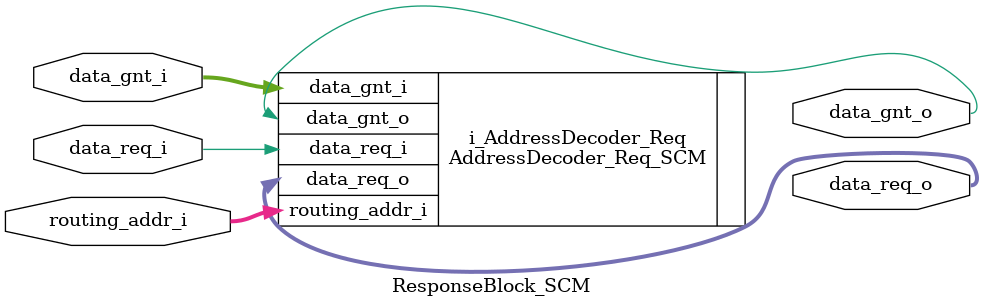
<source format=sv>


`define log2_non_zero(VALUE) ((VALUE) < ( 1 ) ? 1 : (VALUE) < ( 2 ) ? 1 : (VALUE) < ( 4 ) ? 2 : (VALUE)< (8) ? 3:(VALUE) < ( 16 )  ? 4 : (VALUE) < ( 32 )  ? 5 : (VALUE) < ( 64 )  ? 6 : (VALUE) < ( 128 ) ? 7 : (VALUE) < ( 256 ) ? 8 : (VALUE) < ( 512 ) ? 9 : 10)

module ResponseBlock_SCM
#(
    parameter N_SLAVE       = 8,
    parameter ROUT_WIDTH    = `log2_non_zero(N_SLAVE-1)
)
(
    // -----------------------------------------------------------//
    //                      Request HANDLING
    // -----------------------------------------------------------//
    input logic                                  data_req_i,
    input logic [ROUT_WIDTH-1:0]                 routing_addr_i,
    output logic                                 data_gnt_o,

    input  logic [N_SLAVE-1:0]                   data_gnt_i,
    output logic [N_SLAVE-1:0]                   data_req_o
);



    AddressDecoder_Req_SCM 
    #(  
        .N_SLAVE    ( N_SLAVE  )
    )
    i_AddressDecoder_Req
    (
        // MASTER SIDE
        .data_req_i      ( data_req_i     ),            // Request from MASTER
        .routing_addr_i  ( routing_addr_i ),            // Address from MASTER
        .data_gnt_o      ( data_gnt_o     ),            // Grant delivered to MASTER


        .data_gnt_i      ( data_gnt_i     ),            // Grant Array: one for each memory (On ARB TREE SIDE)
        .data_req_o      ( data_req_o     )             // Request Array: one for each memory
    );


endmodule

</source>
